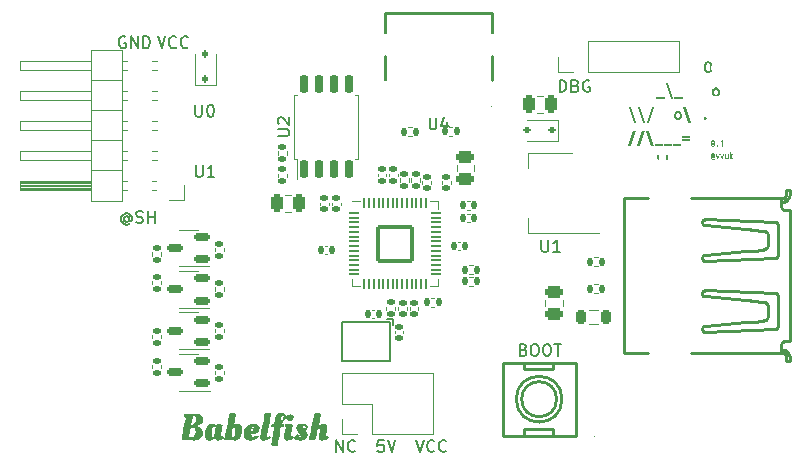
<source format=gto>
G04 #@! TF.GenerationSoftware,KiCad,Pcbnew,7.0.2-0*
G04 #@! TF.CreationDate,2023-04-30T22:25:47-07:00*
G04 #@! TF.ProjectId,babelfish,62616265-6c66-4697-9368-2e6b69636164,REV1*
G04 #@! TF.SameCoordinates,Original*
G04 #@! TF.FileFunction,Legend,Top*
G04 #@! TF.FilePolarity,Positive*
%FSLAX46Y46*%
G04 Gerber Fmt 4.6, Leading zero omitted, Abs format (unit mm)*
G04 Created by KiCad (PCBNEW 7.0.2-0) date 2023-04-30 22:25:47*
%MOMM*%
%LPD*%
G01*
G04 APERTURE LIST*
G04 Aperture macros list*
%AMRoundRect*
0 Rectangle with rounded corners*
0 $1 Rounding radius*
0 $2 $3 $4 $5 $6 $7 $8 $9 X,Y pos of 4 corners*
0 Add a 4 corners polygon primitive as box body*
4,1,4,$2,$3,$4,$5,$6,$7,$8,$9,$2,$3,0*
0 Add four circle primitives for the rounded corners*
1,1,$1+$1,$2,$3*
1,1,$1+$1,$4,$5*
1,1,$1+$1,$6,$7*
1,1,$1+$1,$8,$9*
0 Add four rect primitives between the rounded corners*
20,1,$1+$1,$2,$3,$4,$5,0*
20,1,$1+$1,$4,$5,$6,$7,0*
20,1,$1+$1,$6,$7,$8,$9,0*
20,1,$1+$1,$8,$9,$2,$3,0*%
G04 Aperture macros list end*
%ADD10C,0.150000*%
%ADD11C,0.059995*%
%ADD12C,0.254001*%
%ADD13C,0.120000*%
%ADD14C,0.254000*%
%ADD15C,0.151994*%
%ADD16C,0.152400*%
%ADD17R,0.600000X1.240005*%
%ADD18R,0.300000X1.240005*%
%ADD19C,0.649987*%
%ADD20O,1.000000X2.100000*%
%ADD21O,1.000000X1.800000*%
%ADD22RoundRect,0.135000X-0.185000X0.135000X-0.185000X-0.135000X0.185000X-0.135000X0.185000X0.135000X0*%
%ADD23R,1.700000X1.700000*%
%ADD24O,1.700000X1.700000*%
%ADD25RoundRect,0.150000X0.512500X0.150000X-0.512500X0.150000X-0.512500X-0.150000X0.512500X-0.150000X0*%
%ADD26RoundRect,0.218750X0.218750X0.381250X-0.218750X0.381250X-0.218750X-0.381250X0.218750X-0.381250X0*%
%ADD27RoundRect,0.135000X0.185000X-0.135000X0.185000X0.135000X-0.185000X0.135000X-0.185000X-0.135000X0*%
%ADD28R,2.000000X1.500000*%
%ADD29R,2.000000X3.800000*%
%ADD30RoundRect,0.250000X0.475000X-0.250000X0.475000X0.250000X-0.475000X0.250000X-0.475000X-0.250000X0*%
%ADD31RoundRect,0.112500X0.187500X0.112500X-0.187500X0.112500X-0.187500X-0.112500X0.187500X-0.112500X0*%
%ADD32C,2.700000*%
%ADD33RoundRect,0.140000X0.140000X0.170000X-0.140000X0.170000X-0.140000X-0.170000X0.140000X-0.170000X0*%
%ADD34RoundRect,0.140000X0.170000X-0.140000X0.170000X0.140000X-0.170000X0.140000X-0.170000X-0.140000X0*%
%ADD35RoundRect,0.135000X0.135000X0.185000X-0.135000X0.185000X-0.135000X-0.185000X0.135000X-0.185000X0*%
%ADD36R,1.800000X1.300000*%
%ADD37RoundRect,0.112500X0.112500X-0.187500X0.112500X0.187500X-0.112500X0.187500X-0.112500X-0.187500X0*%
%ADD38RoundRect,0.140000X-0.140000X-0.170000X0.140000X-0.170000X0.140000X0.170000X-0.140000X0.170000X0*%
%ADD39RoundRect,0.050000X-0.387500X-0.050000X0.387500X-0.050000X0.387500X0.050000X-0.387500X0.050000X0*%
%ADD40RoundRect,0.050000X-0.050000X-0.387500X0.050000X-0.387500X0.050000X0.387500X-0.050000X0.387500X0*%
%ADD41RoundRect,0.144000X-1.456000X-1.456000X1.456000X-1.456000X1.456000X1.456000X-1.456000X1.456000X0*%
%ADD42C,1.500000*%
%ADD43C,3.100000*%
%ADD44RoundRect,0.250000X0.250000X0.475000X-0.250000X0.475000X-0.250000X-0.475000X0.250000X-0.475000X0*%
%ADD45R,1.400000X1.200000*%
%ADD46RoundRect,0.150000X0.150000X-0.650000X0.150000X0.650000X-0.150000X0.650000X-0.150000X-0.650000X0*%
%ADD47RoundRect,0.135000X-0.135000X-0.185000X0.135000X-0.185000X0.135000X0.185000X-0.135000X0.185000X0*%
%ADD48RoundRect,0.140000X-0.170000X0.140000X-0.170000X-0.140000X0.170000X-0.140000X0.170000X0.140000X0*%
G04 APERTURE END LIST*
D10*
X101888095Y-106477619D02*
X101888095Y-105477619D01*
X101888095Y-105477619D02*
X102459523Y-106477619D01*
X102459523Y-106477619D02*
X102459523Y-105477619D01*
X103507142Y-106382380D02*
X103459523Y-106430000D01*
X103459523Y-106430000D02*
X103316666Y-106477619D01*
X103316666Y-106477619D02*
X103221428Y-106477619D01*
X103221428Y-106477619D02*
X103078571Y-106430000D01*
X103078571Y-106430000D02*
X102983333Y-106334761D01*
X102983333Y-106334761D02*
X102935714Y-106239523D01*
X102935714Y-106239523D02*
X102888095Y-106049047D01*
X102888095Y-106049047D02*
X102888095Y-105906190D01*
X102888095Y-105906190D02*
X102935714Y-105715714D01*
X102935714Y-105715714D02*
X102983333Y-105620476D01*
X102983333Y-105620476D02*
X103078571Y-105525238D01*
X103078571Y-105525238D02*
X103221428Y-105477619D01*
X103221428Y-105477619D02*
X103316666Y-105477619D01*
X103316666Y-105477619D02*
X103459523Y-105525238D01*
X103459523Y-105525238D02*
X103507142Y-105572857D01*
X105935714Y-105477619D02*
X105459524Y-105477619D01*
X105459524Y-105477619D02*
X105411905Y-105953809D01*
X105411905Y-105953809D02*
X105459524Y-105906190D01*
X105459524Y-105906190D02*
X105554762Y-105858571D01*
X105554762Y-105858571D02*
X105792857Y-105858571D01*
X105792857Y-105858571D02*
X105888095Y-105906190D01*
X105888095Y-105906190D02*
X105935714Y-105953809D01*
X105935714Y-105953809D02*
X105983333Y-106049047D01*
X105983333Y-106049047D02*
X105983333Y-106287142D01*
X105983333Y-106287142D02*
X105935714Y-106382380D01*
X105935714Y-106382380D02*
X105888095Y-106430000D01*
X105888095Y-106430000D02*
X105792857Y-106477619D01*
X105792857Y-106477619D02*
X105554762Y-106477619D01*
X105554762Y-106477619D02*
X105459524Y-106430000D01*
X105459524Y-106430000D02*
X105411905Y-106382380D01*
X106269048Y-105477619D02*
X106602381Y-106477619D01*
X106602381Y-106477619D02*
X106935714Y-105477619D01*
X108650001Y-105477619D02*
X108983334Y-106477619D01*
X108983334Y-106477619D02*
X109316667Y-105477619D01*
X110221429Y-106382380D02*
X110173810Y-106430000D01*
X110173810Y-106430000D02*
X110030953Y-106477619D01*
X110030953Y-106477619D02*
X109935715Y-106477619D01*
X109935715Y-106477619D02*
X109792858Y-106430000D01*
X109792858Y-106430000D02*
X109697620Y-106334761D01*
X109697620Y-106334761D02*
X109650001Y-106239523D01*
X109650001Y-106239523D02*
X109602382Y-106049047D01*
X109602382Y-106049047D02*
X109602382Y-105906190D01*
X109602382Y-105906190D02*
X109650001Y-105715714D01*
X109650001Y-105715714D02*
X109697620Y-105620476D01*
X109697620Y-105620476D02*
X109792858Y-105525238D01*
X109792858Y-105525238D02*
X109935715Y-105477619D01*
X109935715Y-105477619D02*
X110030953Y-105477619D01*
X110030953Y-105477619D02*
X110173810Y-105525238D01*
X110173810Y-105525238D02*
X110221429Y-105572857D01*
X111221429Y-106382380D02*
X111173810Y-106430000D01*
X111173810Y-106430000D02*
X111030953Y-106477619D01*
X111030953Y-106477619D02*
X110935715Y-106477619D01*
X110935715Y-106477619D02*
X110792858Y-106430000D01*
X110792858Y-106430000D02*
X110697620Y-106334761D01*
X110697620Y-106334761D02*
X110650001Y-106239523D01*
X110650001Y-106239523D02*
X110602382Y-106049047D01*
X110602382Y-106049047D02*
X110602382Y-105906190D01*
X110602382Y-105906190D02*
X110650001Y-105715714D01*
X110650001Y-105715714D02*
X110697620Y-105620476D01*
X110697620Y-105620476D02*
X110792858Y-105525238D01*
X110792858Y-105525238D02*
X110935715Y-105477619D01*
X110935715Y-105477619D02*
X111030953Y-105477619D01*
X111030953Y-105477619D02*
X111173810Y-105525238D01*
X111173810Y-105525238D02*
X111221429Y-105572857D01*
X84357142Y-86601428D02*
X84309523Y-86553809D01*
X84309523Y-86553809D02*
X84214285Y-86506190D01*
X84214285Y-86506190D02*
X84119047Y-86506190D01*
X84119047Y-86506190D02*
X84023809Y-86553809D01*
X84023809Y-86553809D02*
X83976190Y-86601428D01*
X83976190Y-86601428D02*
X83928571Y-86696666D01*
X83928571Y-86696666D02*
X83928571Y-86791904D01*
X83928571Y-86791904D02*
X83976190Y-86887142D01*
X83976190Y-86887142D02*
X84023809Y-86934761D01*
X84023809Y-86934761D02*
X84119047Y-86982380D01*
X84119047Y-86982380D02*
X84214285Y-86982380D01*
X84214285Y-86982380D02*
X84309523Y-86934761D01*
X84309523Y-86934761D02*
X84357142Y-86887142D01*
X84357142Y-86506190D02*
X84357142Y-86887142D01*
X84357142Y-86887142D02*
X84404761Y-86934761D01*
X84404761Y-86934761D02*
X84452380Y-86934761D01*
X84452380Y-86934761D02*
X84547619Y-86887142D01*
X84547619Y-86887142D02*
X84595238Y-86791904D01*
X84595238Y-86791904D02*
X84595238Y-86553809D01*
X84595238Y-86553809D02*
X84500000Y-86410952D01*
X84500000Y-86410952D02*
X84357142Y-86315714D01*
X84357142Y-86315714D02*
X84166666Y-86268095D01*
X84166666Y-86268095D02*
X83976190Y-86315714D01*
X83976190Y-86315714D02*
X83833333Y-86410952D01*
X83833333Y-86410952D02*
X83738095Y-86553809D01*
X83738095Y-86553809D02*
X83690476Y-86744285D01*
X83690476Y-86744285D02*
X83738095Y-86934761D01*
X83738095Y-86934761D02*
X83833333Y-87077619D01*
X83833333Y-87077619D02*
X83976190Y-87172857D01*
X83976190Y-87172857D02*
X84166666Y-87220476D01*
X84166666Y-87220476D02*
X84357142Y-87172857D01*
X84357142Y-87172857D02*
X84500000Y-87077619D01*
X84976190Y-87030000D02*
X85119047Y-87077619D01*
X85119047Y-87077619D02*
X85357142Y-87077619D01*
X85357142Y-87077619D02*
X85452380Y-87030000D01*
X85452380Y-87030000D02*
X85499999Y-86982380D01*
X85499999Y-86982380D02*
X85547618Y-86887142D01*
X85547618Y-86887142D02*
X85547618Y-86791904D01*
X85547618Y-86791904D02*
X85499999Y-86696666D01*
X85499999Y-86696666D02*
X85452380Y-86649047D01*
X85452380Y-86649047D02*
X85357142Y-86601428D01*
X85357142Y-86601428D02*
X85166666Y-86553809D01*
X85166666Y-86553809D02*
X85071428Y-86506190D01*
X85071428Y-86506190D02*
X85023809Y-86458571D01*
X85023809Y-86458571D02*
X84976190Y-86363333D01*
X84976190Y-86363333D02*
X84976190Y-86268095D01*
X84976190Y-86268095D02*
X85023809Y-86172857D01*
X85023809Y-86172857D02*
X85071428Y-86125238D01*
X85071428Y-86125238D02*
X85166666Y-86077619D01*
X85166666Y-86077619D02*
X85404761Y-86077619D01*
X85404761Y-86077619D02*
X85547618Y-86125238D01*
X85976190Y-87077619D02*
X85976190Y-86077619D01*
X85976190Y-86553809D02*
X86547618Y-86553809D01*
X86547618Y-87077619D02*
X86547618Y-86077619D01*
X86795238Y-71277619D02*
X87128571Y-72277619D01*
X87128571Y-72277619D02*
X87461904Y-71277619D01*
X88366666Y-72182380D02*
X88319047Y-72230000D01*
X88319047Y-72230000D02*
X88176190Y-72277619D01*
X88176190Y-72277619D02*
X88080952Y-72277619D01*
X88080952Y-72277619D02*
X87938095Y-72230000D01*
X87938095Y-72230000D02*
X87842857Y-72134761D01*
X87842857Y-72134761D02*
X87795238Y-72039523D01*
X87795238Y-72039523D02*
X87747619Y-71849047D01*
X87747619Y-71849047D02*
X87747619Y-71706190D01*
X87747619Y-71706190D02*
X87795238Y-71515714D01*
X87795238Y-71515714D02*
X87842857Y-71420476D01*
X87842857Y-71420476D02*
X87938095Y-71325238D01*
X87938095Y-71325238D02*
X88080952Y-71277619D01*
X88080952Y-71277619D02*
X88176190Y-71277619D01*
X88176190Y-71277619D02*
X88319047Y-71325238D01*
X88319047Y-71325238D02*
X88366666Y-71372857D01*
X89366666Y-72182380D02*
X89319047Y-72230000D01*
X89319047Y-72230000D02*
X89176190Y-72277619D01*
X89176190Y-72277619D02*
X89080952Y-72277619D01*
X89080952Y-72277619D02*
X88938095Y-72230000D01*
X88938095Y-72230000D02*
X88842857Y-72134761D01*
X88842857Y-72134761D02*
X88795238Y-72039523D01*
X88795238Y-72039523D02*
X88747619Y-71849047D01*
X88747619Y-71849047D02*
X88747619Y-71706190D01*
X88747619Y-71706190D02*
X88795238Y-71515714D01*
X88795238Y-71515714D02*
X88842857Y-71420476D01*
X88842857Y-71420476D02*
X88938095Y-71325238D01*
X88938095Y-71325238D02*
X89080952Y-71277619D01*
X89080952Y-71277619D02*
X89176190Y-71277619D01*
X89176190Y-71277619D02*
X89319047Y-71325238D01*
X89319047Y-71325238D02*
X89366666Y-71372857D01*
X120838095Y-75977619D02*
X120838095Y-74977619D01*
X120838095Y-74977619D02*
X121076190Y-74977619D01*
X121076190Y-74977619D02*
X121219047Y-75025238D01*
X121219047Y-75025238D02*
X121314285Y-75120476D01*
X121314285Y-75120476D02*
X121361904Y-75215714D01*
X121361904Y-75215714D02*
X121409523Y-75406190D01*
X121409523Y-75406190D02*
X121409523Y-75549047D01*
X121409523Y-75549047D02*
X121361904Y-75739523D01*
X121361904Y-75739523D02*
X121314285Y-75834761D01*
X121314285Y-75834761D02*
X121219047Y-75930000D01*
X121219047Y-75930000D02*
X121076190Y-75977619D01*
X121076190Y-75977619D02*
X120838095Y-75977619D01*
X122171428Y-75453809D02*
X122314285Y-75501428D01*
X122314285Y-75501428D02*
X122361904Y-75549047D01*
X122361904Y-75549047D02*
X122409523Y-75644285D01*
X122409523Y-75644285D02*
X122409523Y-75787142D01*
X122409523Y-75787142D02*
X122361904Y-75882380D01*
X122361904Y-75882380D02*
X122314285Y-75930000D01*
X122314285Y-75930000D02*
X122219047Y-75977619D01*
X122219047Y-75977619D02*
X121838095Y-75977619D01*
X121838095Y-75977619D02*
X121838095Y-74977619D01*
X121838095Y-74977619D02*
X122171428Y-74977619D01*
X122171428Y-74977619D02*
X122266666Y-75025238D01*
X122266666Y-75025238D02*
X122314285Y-75072857D01*
X122314285Y-75072857D02*
X122361904Y-75168095D01*
X122361904Y-75168095D02*
X122361904Y-75263333D01*
X122361904Y-75263333D02*
X122314285Y-75358571D01*
X122314285Y-75358571D02*
X122266666Y-75406190D01*
X122266666Y-75406190D02*
X122171428Y-75453809D01*
X122171428Y-75453809D02*
X121838095Y-75453809D01*
X123361904Y-75025238D02*
X123266666Y-74977619D01*
X123266666Y-74977619D02*
X123123809Y-74977619D01*
X123123809Y-74977619D02*
X122980952Y-75025238D01*
X122980952Y-75025238D02*
X122885714Y-75120476D01*
X122885714Y-75120476D02*
X122838095Y-75215714D01*
X122838095Y-75215714D02*
X122790476Y-75406190D01*
X122790476Y-75406190D02*
X122790476Y-75549047D01*
X122790476Y-75549047D02*
X122838095Y-75739523D01*
X122838095Y-75739523D02*
X122885714Y-75834761D01*
X122885714Y-75834761D02*
X122980952Y-75930000D01*
X122980952Y-75930000D02*
X123123809Y-75977619D01*
X123123809Y-75977619D02*
X123219047Y-75977619D01*
X123219047Y-75977619D02*
X123361904Y-75930000D01*
X123361904Y-75930000D02*
X123409523Y-75882380D01*
X123409523Y-75882380D02*
X123409523Y-75549047D01*
X123409523Y-75549047D02*
X123219047Y-75549047D01*
X90038095Y-82177619D02*
X90038095Y-82987142D01*
X90038095Y-82987142D02*
X90085714Y-83082380D01*
X90085714Y-83082380D02*
X90133333Y-83130000D01*
X90133333Y-83130000D02*
X90228571Y-83177619D01*
X90228571Y-83177619D02*
X90419047Y-83177619D01*
X90419047Y-83177619D02*
X90514285Y-83130000D01*
X90514285Y-83130000D02*
X90561904Y-83082380D01*
X90561904Y-83082380D02*
X90609523Y-82987142D01*
X90609523Y-82987142D02*
X90609523Y-82177619D01*
X91609523Y-83177619D02*
X91038095Y-83177619D01*
X91323809Y-83177619D02*
X91323809Y-82177619D01*
X91323809Y-82177619D02*
X91228571Y-82320476D01*
X91228571Y-82320476D02*
X91133333Y-82415714D01*
X91133333Y-82415714D02*
X91038095Y-82463333D01*
X84061904Y-71325238D02*
X83966666Y-71277619D01*
X83966666Y-71277619D02*
X83823809Y-71277619D01*
X83823809Y-71277619D02*
X83680952Y-71325238D01*
X83680952Y-71325238D02*
X83585714Y-71420476D01*
X83585714Y-71420476D02*
X83538095Y-71515714D01*
X83538095Y-71515714D02*
X83490476Y-71706190D01*
X83490476Y-71706190D02*
X83490476Y-71849047D01*
X83490476Y-71849047D02*
X83538095Y-72039523D01*
X83538095Y-72039523D02*
X83585714Y-72134761D01*
X83585714Y-72134761D02*
X83680952Y-72230000D01*
X83680952Y-72230000D02*
X83823809Y-72277619D01*
X83823809Y-72277619D02*
X83919047Y-72277619D01*
X83919047Y-72277619D02*
X84061904Y-72230000D01*
X84061904Y-72230000D02*
X84109523Y-72182380D01*
X84109523Y-72182380D02*
X84109523Y-71849047D01*
X84109523Y-71849047D02*
X83919047Y-71849047D01*
X84538095Y-72277619D02*
X84538095Y-71277619D01*
X84538095Y-71277619D02*
X85109523Y-72277619D01*
X85109523Y-72277619D02*
X85109523Y-71277619D01*
X85585714Y-72277619D02*
X85585714Y-71277619D01*
X85585714Y-71277619D02*
X85823809Y-71277619D01*
X85823809Y-71277619D02*
X85966666Y-71325238D01*
X85966666Y-71325238D02*
X86061904Y-71420476D01*
X86061904Y-71420476D02*
X86109523Y-71515714D01*
X86109523Y-71515714D02*
X86157142Y-71706190D01*
X86157142Y-71706190D02*
X86157142Y-71849047D01*
X86157142Y-71849047D02*
X86109523Y-72039523D01*
X86109523Y-72039523D02*
X86061904Y-72134761D01*
X86061904Y-72134761D02*
X85966666Y-72230000D01*
X85966666Y-72230000D02*
X85823809Y-72277619D01*
X85823809Y-72277619D02*
X85585714Y-72277619D01*
X89988095Y-77077619D02*
X89988095Y-77887142D01*
X89988095Y-77887142D02*
X90035714Y-77982380D01*
X90035714Y-77982380D02*
X90083333Y-78030000D01*
X90083333Y-78030000D02*
X90178571Y-78077619D01*
X90178571Y-78077619D02*
X90369047Y-78077619D01*
X90369047Y-78077619D02*
X90464285Y-78030000D01*
X90464285Y-78030000D02*
X90511904Y-77982380D01*
X90511904Y-77982380D02*
X90559523Y-77887142D01*
X90559523Y-77887142D02*
X90559523Y-77077619D01*
X91226190Y-77077619D02*
X91321428Y-77077619D01*
X91321428Y-77077619D02*
X91416666Y-77125238D01*
X91416666Y-77125238D02*
X91464285Y-77172857D01*
X91464285Y-77172857D02*
X91511904Y-77268095D01*
X91511904Y-77268095D02*
X91559523Y-77458571D01*
X91559523Y-77458571D02*
X91559523Y-77696666D01*
X91559523Y-77696666D02*
X91511904Y-77887142D01*
X91511904Y-77887142D02*
X91464285Y-77982380D01*
X91464285Y-77982380D02*
X91416666Y-78030000D01*
X91416666Y-78030000D02*
X91321428Y-78077619D01*
X91321428Y-78077619D02*
X91226190Y-78077619D01*
X91226190Y-78077619D02*
X91130952Y-78030000D01*
X91130952Y-78030000D02*
X91083333Y-77982380D01*
X91083333Y-77982380D02*
X91035714Y-77887142D01*
X91035714Y-77887142D02*
X90988095Y-77696666D01*
X90988095Y-77696666D02*
X90988095Y-77458571D01*
X90988095Y-77458571D02*
X91035714Y-77268095D01*
X91035714Y-77268095D02*
X91083333Y-77172857D01*
X91083333Y-77172857D02*
X91130952Y-77125238D01*
X91130952Y-77125238D02*
X91226190Y-77077619D01*
X117771428Y-97803809D02*
X117914285Y-97851428D01*
X117914285Y-97851428D02*
X117961904Y-97899047D01*
X117961904Y-97899047D02*
X118009523Y-97994285D01*
X118009523Y-97994285D02*
X118009523Y-98137142D01*
X118009523Y-98137142D02*
X117961904Y-98232380D01*
X117961904Y-98232380D02*
X117914285Y-98280000D01*
X117914285Y-98280000D02*
X117819047Y-98327619D01*
X117819047Y-98327619D02*
X117438095Y-98327619D01*
X117438095Y-98327619D02*
X117438095Y-97327619D01*
X117438095Y-97327619D02*
X117771428Y-97327619D01*
X117771428Y-97327619D02*
X117866666Y-97375238D01*
X117866666Y-97375238D02*
X117914285Y-97422857D01*
X117914285Y-97422857D02*
X117961904Y-97518095D01*
X117961904Y-97518095D02*
X117961904Y-97613333D01*
X117961904Y-97613333D02*
X117914285Y-97708571D01*
X117914285Y-97708571D02*
X117866666Y-97756190D01*
X117866666Y-97756190D02*
X117771428Y-97803809D01*
X117771428Y-97803809D02*
X117438095Y-97803809D01*
X118628571Y-97327619D02*
X118819047Y-97327619D01*
X118819047Y-97327619D02*
X118914285Y-97375238D01*
X118914285Y-97375238D02*
X119009523Y-97470476D01*
X119009523Y-97470476D02*
X119057142Y-97660952D01*
X119057142Y-97660952D02*
X119057142Y-97994285D01*
X119057142Y-97994285D02*
X119009523Y-98184761D01*
X119009523Y-98184761D02*
X118914285Y-98280000D01*
X118914285Y-98280000D02*
X118819047Y-98327619D01*
X118819047Y-98327619D02*
X118628571Y-98327619D01*
X118628571Y-98327619D02*
X118533333Y-98280000D01*
X118533333Y-98280000D02*
X118438095Y-98184761D01*
X118438095Y-98184761D02*
X118390476Y-97994285D01*
X118390476Y-97994285D02*
X118390476Y-97660952D01*
X118390476Y-97660952D02*
X118438095Y-97470476D01*
X118438095Y-97470476D02*
X118533333Y-97375238D01*
X118533333Y-97375238D02*
X118628571Y-97327619D01*
X119676190Y-97327619D02*
X119866666Y-97327619D01*
X119866666Y-97327619D02*
X119961904Y-97375238D01*
X119961904Y-97375238D02*
X120057142Y-97470476D01*
X120057142Y-97470476D02*
X120104761Y-97660952D01*
X120104761Y-97660952D02*
X120104761Y-97994285D01*
X120104761Y-97994285D02*
X120057142Y-98184761D01*
X120057142Y-98184761D02*
X119961904Y-98280000D01*
X119961904Y-98280000D02*
X119866666Y-98327619D01*
X119866666Y-98327619D02*
X119676190Y-98327619D01*
X119676190Y-98327619D02*
X119580952Y-98280000D01*
X119580952Y-98280000D02*
X119485714Y-98184761D01*
X119485714Y-98184761D02*
X119438095Y-97994285D01*
X119438095Y-97994285D02*
X119438095Y-97660952D01*
X119438095Y-97660952D02*
X119485714Y-97470476D01*
X119485714Y-97470476D02*
X119580952Y-97375238D01*
X119580952Y-97375238D02*
X119676190Y-97327619D01*
X120390476Y-97327619D02*
X120961904Y-97327619D01*
X120676190Y-98327619D02*
X120676190Y-97327619D01*
X109818067Y-78162720D02*
X109818067Y-78972243D01*
X109818067Y-78972243D02*
X109865686Y-79067481D01*
X109865686Y-79067481D02*
X109913305Y-79115101D01*
X109913305Y-79115101D02*
X110008543Y-79162720D01*
X110008543Y-79162720D02*
X110199019Y-79162720D01*
X110199019Y-79162720D02*
X110294257Y-79115101D01*
X110294257Y-79115101D02*
X110341876Y-79067481D01*
X110341876Y-79067481D02*
X110389495Y-78972243D01*
X110389495Y-78972243D02*
X110389495Y-78162720D01*
X111294257Y-78496053D02*
X111294257Y-79162720D01*
X111056162Y-78115101D02*
X110818067Y-78829386D01*
X110818067Y-78829386D02*
X111437114Y-78829386D01*
X119288095Y-88512619D02*
X119288095Y-89322142D01*
X119288095Y-89322142D02*
X119335714Y-89417380D01*
X119335714Y-89417380D02*
X119383333Y-89465000D01*
X119383333Y-89465000D02*
X119478571Y-89512619D01*
X119478571Y-89512619D02*
X119669047Y-89512619D01*
X119669047Y-89512619D02*
X119764285Y-89465000D01*
X119764285Y-89465000D02*
X119811904Y-89417380D01*
X119811904Y-89417380D02*
X119859523Y-89322142D01*
X119859523Y-89322142D02*
X119859523Y-88512619D01*
X120859523Y-89512619D02*
X120288095Y-89512619D01*
X120573809Y-89512619D02*
X120573809Y-88512619D01*
X120573809Y-88512619D02*
X120478571Y-88655476D01*
X120478571Y-88655476D02*
X120383333Y-88750714D01*
X120383333Y-88750714D02*
X120288095Y-88798333D01*
X96963119Y-79702704D02*
X97772642Y-79702704D01*
X97772642Y-79702704D02*
X97867880Y-79655085D01*
X97867880Y-79655085D02*
X97915500Y-79607466D01*
X97915500Y-79607466D02*
X97963119Y-79512228D01*
X97963119Y-79512228D02*
X97963119Y-79321752D01*
X97963119Y-79321752D02*
X97915500Y-79226514D01*
X97915500Y-79226514D02*
X97867880Y-79178895D01*
X97867880Y-79178895D02*
X97772642Y-79131276D01*
X97772642Y-79131276D02*
X96963119Y-79131276D01*
X97058357Y-78702704D02*
X97010738Y-78655085D01*
X97010738Y-78655085D02*
X96963119Y-78559847D01*
X96963119Y-78559847D02*
X96963119Y-78321752D01*
X96963119Y-78321752D02*
X97010738Y-78226514D01*
X97010738Y-78226514D02*
X97058357Y-78178895D01*
X97058357Y-78178895D02*
X97153595Y-78131276D01*
X97153595Y-78131276D02*
X97248833Y-78131276D01*
X97248833Y-78131276D02*
X97391690Y-78178895D01*
X97391690Y-78178895D02*
X97963119Y-78750323D01*
X97963119Y-78750323D02*
X97963119Y-78131276D01*
D11*
X115079984Y-77200076D02*
G75*
G03*
X115079984Y-77200076I-29997J0D01*
G01*
D12*
X106079959Y-72978562D02*
X106079959Y-74991465D01*
X106079959Y-69270002D02*
X106079959Y-70961443D01*
X115079985Y-72978562D02*
X115079985Y-74991465D01*
X115079985Y-69270002D02*
X115079985Y-70961443D01*
X106079959Y-69270002D02*
X115079985Y-69270002D01*
D13*
X87096800Y-91970359D02*
X87096800Y-92277641D01*
X86336800Y-91970359D02*
X86336800Y-92277641D01*
X89057500Y-85157000D02*
X87787500Y-85157000D01*
X89057500Y-83887000D02*
X89057500Y-85157000D01*
X86744571Y-81727000D02*
X86290429Y-81727000D01*
X86744571Y-80967000D02*
X86290429Y-80967000D01*
X86744571Y-79187000D02*
X86290429Y-79187000D01*
X86744571Y-78427000D02*
X86290429Y-78427000D01*
X86744571Y-76647000D02*
X86290429Y-76647000D01*
X86744571Y-75887000D02*
X86290429Y-75887000D01*
X86744571Y-74107000D02*
X86290429Y-74107000D01*
X86744571Y-73347000D02*
X86290429Y-73347000D01*
X86677500Y-84267000D02*
X86290429Y-84267000D01*
X86677500Y-83507000D02*
X86290429Y-83507000D01*
X84204571Y-84267000D02*
X83807500Y-84267000D01*
X84204571Y-83507000D02*
X83807500Y-83507000D01*
X84204571Y-81727000D02*
X83807500Y-81727000D01*
X84204571Y-80967000D02*
X83807500Y-80967000D01*
X84204571Y-79187000D02*
X83807500Y-79187000D01*
X84204571Y-78427000D02*
X83807500Y-78427000D01*
X84204571Y-76647000D02*
X83807500Y-76647000D01*
X84204571Y-75887000D02*
X83807500Y-75887000D01*
X84204571Y-74107000D02*
X83807500Y-74107000D01*
X84204571Y-73347000D02*
X83807500Y-73347000D01*
X83807500Y-85217000D02*
X83807500Y-72397000D01*
X83807500Y-82617000D02*
X81147500Y-82617000D01*
X83807500Y-80077000D02*
X81147500Y-80077000D01*
X83807500Y-77537000D02*
X81147500Y-77537000D01*
X83807500Y-74997000D02*
X81147500Y-74997000D01*
X83807500Y-72397000D02*
X81147500Y-72397000D01*
X81147500Y-85217000D02*
X83807500Y-85217000D01*
X81147500Y-84267000D02*
X75147500Y-84267000D01*
X81147500Y-84207000D02*
X75147500Y-84207000D01*
X81147500Y-84087000D02*
X75147500Y-84087000D01*
X81147500Y-83967000D02*
X75147500Y-83967000D01*
X81147500Y-83847000D02*
X75147500Y-83847000D01*
X81147500Y-83727000D02*
X75147500Y-83727000D01*
X81147500Y-83607000D02*
X75147500Y-83607000D01*
X81147500Y-81727000D02*
X75147500Y-81727000D01*
X81147500Y-79187000D02*
X75147500Y-79187000D01*
X81147500Y-76647000D02*
X75147500Y-76647000D01*
X81147500Y-74107000D02*
X75147500Y-74107000D01*
X81147500Y-72397000D02*
X81147500Y-85217000D01*
X75147500Y-84267000D02*
X75147500Y-83507000D01*
X75147500Y-83507000D02*
X81147500Y-83507000D01*
X75147500Y-81727000D02*
X75147500Y-80967000D01*
X75147500Y-80967000D02*
X81147500Y-80967000D01*
X75147500Y-79187000D02*
X75147500Y-78427000D01*
X75147500Y-78427000D02*
X81147500Y-78427000D01*
X75147500Y-76647000D02*
X75147500Y-75887000D01*
X75147500Y-75887000D02*
X81147500Y-75887000D01*
X75147500Y-74107000D02*
X75147500Y-73347000D01*
X75147500Y-73347000D02*
X81147500Y-73347000D01*
X89440100Y-101270400D02*
X91240100Y-101270400D01*
X89440100Y-101270400D02*
X88640100Y-101270400D01*
X89440100Y-98150400D02*
X90240100Y-98150400D01*
X89440100Y-98150400D02*
X88640100Y-98150400D01*
X124101922Y-95606800D02*
X123302678Y-95606800D01*
X124101922Y-94486800D02*
X123302678Y-94486800D01*
X91620000Y-96345641D02*
X91620000Y-96038359D01*
X92380000Y-96345641D02*
X92380000Y-96038359D01*
X124150000Y-87960000D02*
X118140000Y-87960000D01*
X121900000Y-81140000D02*
X118140000Y-81140000D01*
X118140000Y-87960000D02*
X118140000Y-86700000D01*
X118140000Y-81140000D02*
X118140000Y-82400000D01*
X112115000Y-82690252D02*
X112115000Y-82167748D01*
X113585000Y-82690252D02*
X113585000Y-82167748D01*
X102370000Y-104980000D02*
X102370000Y-103650000D01*
X103700000Y-104980000D02*
X102370000Y-104980000D01*
X104970000Y-104980000D02*
X110110000Y-104980000D01*
X104970000Y-104980000D02*
X104970000Y-102380000D01*
X110110000Y-104980000D02*
X110110000Y-99780000D01*
X102370000Y-102380000D02*
X102370000Y-99780000D01*
X104970000Y-102380000D02*
X102370000Y-102380000D01*
X102370000Y-99780000D02*
X110110000Y-99780000D01*
X120710000Y-80100000D02*
X120710000Y-78400000D01*
X120710000Y-80100000D02*
X118050000Y-80100000D01*
X120710000Y-78400000D02*
X118050000Y-78400000D01*
X101177836Y-89710000D02*
X100962164Y-89710000D01*
X101177836Y-88990000D02*
X100962164Y-88990000D01*
X110890000Y-83768836D02*
X110890000Y-83553164D01*
X111610000Y-83768836D02*
X111610000Y-83553164D01*
X124082841Y-93039200D02*
X123775559Y-93039200D01*
X124082841Y-92279200D02*
X123775559Y-92279200D01*
X110229141Y-94173000D02*
X109921859Y-94173000D01*
X110229141Y-93413000D02*
X109921859Y-93413000D01*
X120670000Y-74330000D02*
X120670000Y-73000000D01*
X122000000Y-74330000D02*
X120670000Y-74330000D01*
X123270000Y-74330000D02*
X130950000Y-74330000D01*
X123270000Y-74330000D02*
X123270000Y-71670000D01*
X130950000Y-74330000D02*
X130950000Y-71670000D01*
X123270000Y-71670000D02*
X130950000Y-71670000D01*
X113470637Y-91413600D02*
X113163355Y-91413600D01*
X113470637Y-90653600D02*
X113163355Y-90653600D01*
D14*
X122199975Y-105099898D02*
X122199975Y-98899949D01*
X122199975Y-105099898D02*
X116000051Y-105099898D01*
X122199975Y-98899949D02*
X116000051Y-98899949D01*
X120309068Y-105098705D02*
X120309068Y-104539929D01*
X120309068Y-104539929D02*
X117829998Y-104539929D01*
X120288850Y-99459919D02*
X117829998Y-99459919D01*
X120288850Y-98899949D02*
X120288850Y-99459919D01*
X117829998Y-105098705D02*
X117829998Y-105047930D01*
X117829998Y-104539929D02*
X117829998Y-105098705D01*
X117829998Y-99459919D02*
X117829998Y-98899949D01*
X116000051Y-105099898D02*
X116000051Y-98899949D01*
D11*
X123830048Y-105149860D02*
G75*
G03*
X123830048Y-105149860I-29972J0D01*
G01*
D14*
X120581128Y-102000000D02*
G75*
G03*
X120581128Y-102000000I-1481077J0D01*
G01*
X121038583Y-102000000D02*
G75*
G03*
X121038583Y-102000000I-1938532J0D01*
G01*
D13*
X90000000Y-75410000D02*
X91700000Y-75410000D01*
X90000000Y-75410000D02*
X90000000Y-72750000D01*
X91700000Y-75410000D02*
X91700000Y-72750000D01*
X97732100Y-80990159D02*
X97732100Y-81297441D01*
X96972100Y-80990159D02*
X96972100Y-81297441D01*
X113012164Y-85240000D02*
X113227836Y-85240000D01*
X113012164Y-85960000D02*
X113227836Y-85960000D01*
X106390100Y-83133836D02*
X106390100Y-82918164D01*
X107110100Y-83133836D02*
X107110100Y-82918164D01*
G36*
X98259925Y-103345087D02*
G01*
X98339300Y-103532412D01*
X98242463Y-103741962D01*
X98133719Y-103808638D01*
X98001163Y-103830862D01*
X97775737Y-103754662D01*
X97694775Y-103559400D01*
X97794787Y-103359375D01*
X97905516Y-103298653D01*
X98037675Y-103278413D01*
X98259925Y-103345087D01*
G37*
G36*
X98237700Y-104276950D02*
G01*
X98217856Y-104456338D01*
X98158325Y-104711925D01*
X98098794Y-104954416D01*
X98078950Y-105094513D01*
X98113875Y-105183413D01*
X98240875Y-105151663D01*
X98269450Y-105138963D01*
X98326600Y-105297713D01*
X98205553Y-105375500D01*
X98058312Y-105443763D01*
X97905516Y-105491387D01*
X97767800Y-105507263D01*
X97563012Y-105434238D01*
X97488400Y-105223100D01*
X97507847Y-105048475D01*
X97566187Y-104800825D01*
X97624528Y-104568653D01*
X97643975Y-104440463D01*
X97561425Y-104218213D01*
X97536025Y-104183287D01*
X97545550Y-104129312D01*
X97690189Y-104101090D01*
X97903972Y-104084157D01*
X98186900Y-104078512D01*
X98237700Y-104276950D01*
G37*
G36*
X96393025Y-103303812D02*
G01*
X96383004Y-103443612D01*
X96352941Y-103647109D01*
X96302835Y-103914305D01*
X96232687Y-104245200D01*
X96162540Y-104569546D01*
X96112434Y-104817097D01*
X96082371Y-104987852D01*
X96072350Y-105081812D01*
X96110450Y-105192937D01*
X96246975Y-105151663D01*
X96281900Y-105135788D01*
X96358100Y-105291362D01*
X96240625Y-105373912D01*
X96091400Y-105443763D01*
X95933841Y-105491387D01*
X95791362Y-105507263D01*
X95570700Y-105429475D01*
X95484975Y-105205638D01*
X95494996Y-105099970D01*
X95525059Y-104929016D01*
X95575165Y-104692776D01*
X95645312Y-104391250D01*
X95715460Y-104078612D01*
X95765566Y-103809034D01*
X95795629Y-103582518D01*
X95805650Y-103399062D01*
X95786600Y-103221262D01*
X95983450Y-103175401D01*
X96176067Y-103147885D01*
X96364450Y-103138712D01*
X96393025Y-103303812D01*
G37*
G36*
X95136916Y-104089228D02*
G01*
X95308762Y-104169000D01*
X95419491Y-104293222D01*
X95456400Y-104453163D01*
X95377025Y-104684937D01*
X95183350Y-104840513D01*
X94957925Y-104927031D01*
X94764250Y-104970688D01*
X94684875Y-104980212D01*
X94754725Y-105137375D01*
X94894425Y-105189762D01*
X95062700Y-105156425D01*
X95208750Y-105088163D01*
X95262725Y-105056412D01*
X95364325Y-105192937D01*
X95329400Y-105227862D01*
X95238912Y-105302475D01*
X95089687Y-105399313D01*
X94891250Y-105473925D01*
X94672175Y-105504192D01*
X94649950Y-105507263D01*
X94410634Y-105467972D01*
X94232437Y-105350100D01*
X94121709Y-105157616D01*
X94084800Y-104894487D01*
X94098369Y-104770662D01*
X94672175Y-104770662D01*
X94856325Y-104619850D01*
X94948400Y-104388075D01*
X94894425Y-104294412D01*
X94748375Y-104418238D01*
X94695987Y-104568256D01*
X94672175Y-104770662D01*
X94098369Y-104770662D01*
X94111435Y-104651424D01*
X94191339Y-104447165D01*
X94324512Y-104281712D01*
X94496844Y-104160004D01*
X94694224Y-104086979D01*
X94916650Y-104062638D01*
X95136916Y-104089228D01*
G37*
G36*
X99268781Y-104081291D02*
G01*
X99402925Y-104137250D01*
X99488650Y-104230119D01*
X99517225Y-104359500D01*
X99473569Y-104517853D01*
X99342600Y-104697637D01*
X99464044Y-104877025D01*
X99504525Y-105040537D01*
X99458884Y-105221909D01*
X99321962Y-105372325D01*
X99209250Y-105429924D01*
X99123922Y-105473528D01*
X98894925Y-105507263D01*
X98672278Y-105486625D01*
X98493288Y-105424713D01*
X98336125Y-105267550D01*
X98432962Y-105077050D01*
X98631400Y-104942112D01*
X98770306Y-105069906D01*
X98894925Y-105294538D01*
X98987000Y-105234213D01*
X98961600Y-105151663D01*
X98923500Y-105091337D01*
X98879050Y-105029425D01*
X98831425Y-104970688D01*
X98688550Y-104796062D01*
X98574250Y-104617072D01*
X98536150Y-104461100D01*
X98555344Y-104351562D01*
X99072725Y-104351562D01*
X99209250Y-104548412D01*
X99291800Y-104457925D01*
X99329900Y-104351562D01*
X99288625Y-104278538D01*
X99190200Y-104253137D01*
X99102888Y-104280125D01*
X99072725Y-104351562D01*
X98555344Y-104351562D01*
X98559169Y-104329734D01*
X98628225Y-104224563D01*
X98750639Y-104134604D01*
X98906214Y-104080629D01*
X99094950Y-104062638D01*
X99268781Y-104081291D01*
G37*
G36*
X91613063Y-104085656D02*
G01*
X91782925Y-104154713D01*
X91824200Y-104072162D01*
X92064706Y-104099944D01*
X92329025Y-104183287D01*
X92267113Y-104409109D01*
X92214725Y-104673825D01*
X92179006Y-104915125D01*
X92167100Y-105070700D01*
X92202025Y-105183413D01*
X92360775Y-105138963D01*
X92417925Y-105297713D01*
X92302434Y-105373516D01*
X92159163Y-105442175D01*
X92011128Y-105490991D01*
X91881350Y-105507263D01*
X91713075Y-105462812D01*
X91621000Y-105329463D01*
X91478125Y-105410145D01*
X91384859Y-105462812D01*
X91178088Y-105507263D01*
X91007828Y-105472338D01*
X90881225Y-105367563D01*
X90802644Y-105197700D01*
X90776450Y-104967512D01*
X90779986Y-104927825D01*
X91373350Y-104927825D01*
X91395575Y-105129437D01*
X91478125Y-105170713D01*
X91595600Y-105123088D01*
X91614650Y-104873674D01*
X91654867Y-104616499D01*
X91716250Y-104351562D01*
X91606712Y-104322988D01*
X91495588Y-104392837D01*
X91420975Y-104567463D01*
X91385256Y-104757566D01*
X91373350Y-104927825D01*
X90779986Y-104927825D01*
X90796911Y-104737854D01*
X90858294Y-104527246D01*
X90960600Y-104335688D01*
X91096419Y-104183993D01*
X91258344Y-104092976D01*
X91446375Y-104062638D01*
X91613063Y-104085656D01*
G37*
G36*
X97448316Y-103162922D02*
G01*
X97559838Y-103226025D01*
X97634847Y-103324450D01*
X97659850Y-103451450D01*
X97627306Y-103603453D01*
X97529675Y-103776887D01*
X97386006Y-103949925D01*
X97224875Y-104092320D01*
X97215350Y-104100738D01*
X97536025Y-104100738D01*
X97485225Y-104345212D01*
X97205825Y-104322988D01*
X97187271Y-104588298D01*
X97160184Y-104847656D01*
X97124565Y-105101061D01*
X97080412Y-105348513D01*
X97016031Y-105633910D01*
X96952001Y-105838168D01*
X96888325Y-105961288D01*
X96731956Y-105950572D01*
X96580350Y-105924775D01*
X96377150Y-105859688D01*
X96449822Y-105600925D01*
X96506972Y-105366504D01*
X96548600Y-105156425D01*
X96574000Y-104993805D01*
X96599400Y-104802809D01*
X96624800Y-104583437D01*
X96650200Y-104335688D01*
X96440650Y-104357912D01*
X96427950Y-104235675D01*
X96443825Y-104100738D01*
X96672425Y-104100738D01*
X96704932Y-103846737D01*
X97224875Y-103846737D01*
X97325284Y-103753472D01*
X97404263Y-103651475D01*
X97472525Y-103462562D01*
X97393150Y-103380012D01*
X97315186Y-103431871D01*
X97259094Y-103587446D01*
X97224875Y-103846737D01*
X96704932Y-103846737D01*
X96708408Y-103819574D01*
X96752858Y-103606849D01*
X96805775Y-103462562D01*
X96928012Y-103283175D01*
X97072475Y-103183162D01*
X97313775Y-103141888D01*
X97448316Y-103162922D01*
G37*
G36*
X93408525Y-103272062D02*
G01*
X93398802Y-103415334D01*
X93369631Y-103613375D01*
X93321014Y-103866184D01*
X93252950Y-104173763D01*
X93429956Y-104090419D01*
X93592675Y-104062638D01*
X93738725Y-104095181D01*
X93865725Y-104192813D01*
X93953831Y-104376566D01*
X93983200Y-104667475D01*
X93962210Y-104886374D01*
X93899239Y-105083753D01*
X93794288Y-105259613D01*
X93658644Y-105397196D01*
X93503599Y-105479746D01*
X93329150Y-105507263D01*
X93164844Y-105485037D01*
X93141825Y-105475605D01*
X93002125Y-105418363D01*
X92801394Y-105460696D01*
X92622536Y-105486096D01*
X92465550Y-105494563D01*
X92449675Y-105386613D01*
X92461284Y-105237586D01*
X92466452Y-105205638D01*
X93037050Y-105205638D01*
X93141825Y-105234213D01*
X93239853Y-105176269D01*
X93318038Y-105002438D01*
X93369234Y-104779791D01*
X93386300Y-104575400D01*
X93367250Y-104428953D01*
X93310100Y-104380138D01*
X93195800Y-104415063D01*
X93134681Y-104684739D01*
X93087850Y-104906394D01*
X93055306Y-105080027D01*
X93037050Y-105205638D01*
X92466452Y-105205638D01*
X92496109Y-105022281D01*
X92554152Y-104740698D01*
X92635412Y-104392837D01*
X92716673Y-104042397D01*
X92774716Y-103753075D01*
X92809541Y-103524872D01*
X92821150Y-103357787D01*
X92814800Y-103224437D01*
X93015531Y-103176813D01*
X93207089Y-103148237D01*
X93389475Y-103138712D01*
X93408525Y-103272062D01*
G37*
G36*
X100603075Y-103306987D02*
G01*
X100592955Y-103447481D01*
X100562594Y-103646713D01*
X100511992Y-103904681D01*
X100441150Y-104221387D01*
X100685228Y-104104706D01*
X100871363Y-104065812D01*
X101008284Y-104086847D01*
X101104725Y-104149950D01*
X101180925Y-104359500D01*
X101163463Y-104520631D01*
X101111075Y-104753200D01*
X101058688Y-104975053D01*
X101041225Y-105104037D01*
X101066625Y-105186588D01*
X101231725Y-105142137D01*
X101288875Y-105300888D01*
X101171797Y-105372325D01*
X101017413Y-105440588D01*
X100854297Y-105490594D01*
X100711025Y-105507263D01*
X100568150Y-105474807D01*
X100482425Y-105377440D01*
X100453850Y-105215162D01*
X100470519Y-105050063D01*
X100520525Y-104821462D01*
X100570531Y-104609134D01*
X100587200Y-104492850D01*
X100539575Y-104424587D01*
X100377650Y-104488088D01*
X100315142Y-104768281D01*
X100270494Y-105002437D01*
X100243705Y-105190556D01*
X100234775Y-105332638D01*
X100237950Y-105408838D01*
X100029458Y-105456463D01*
X99835783Y-105485038D01*
X99656925Y-105494563D01*
X99637875Y-105392963D01*
X99649682Y-105258223D01*
X99685103Y-105050856D01*
X99744138Y-104770861D01*
X99826787Y-104418238D01*
X99894796Y-104127408D01*
X99947692Y-103877217D01*
X99985474Y-103667668D01*
X100008143Y-103498757D01*
X100015700Y-103370487D01*
X100003000Y-103224437D01*
X100204083Y-103176813D01*
X100396700Y-103148237D01*
X100580850Y-103138712D01*
X100603075Y-103306987D01*
G37*
G36*
X90159992Y-103234852D02*
G01*
X90376908Y-103294668D01*
X90531848Y-103394363D01*
X90624812Y-103533936D01*
X90655800Y-103713387D01*
X90616509Y-103923731D01*
X90498637Y-104091212D01*
X90322822Y-104213450D01*
X90109700Y-104288062D01*
X90311312Y-104340053D01*
X90478000Y-104445225D01*
X90589919Y-104604372D01*
X90627225Y-104818287D01*
X90602531Y-105005789D01*
X90528447Y-105170360D01*
X90404975Y-105312000D01*
X90243756Y-105420479D01*
X90056431Y-105485567D01*
X89843000Y-105507263D01*
X89693775Y-105494205D01*
X89639800Y-105489482D01*
X89589000Y-105485037D01*
X89335000Y-105418363D01*
X89136562Y-105470750D01*
X88909550Y-105488212D01*
X88811125Y-105481863D01*
X88822039Y-105351688D01*
X88848025Y-105192937D01*
X89449300Y-105192937D01*
X89639800Y-105234213D01*
X89693774Y-105221450D01*
X89800931Y-105196113D01*
X89916025Y-105081812D01*
X89985081Y-104919491D01*
X90008100Y-104737325D01*
X89991034Y-104574606D01*
X89939837Y-104470625D01*
X89735050Y-104396013D01*
X89693775Y-104399108D01*
X89608050Y-104405537D01*
X89551694Y-104658347D01*
X89506450Y-104873850D01*
X89472319Y-105052047D01*
X89449300Y-105192937D01*
X88848025Y-105192937D01*
X88854781Y-105151662D01*
X88909352Y-104881788D01*
X88985750Y-104542063D01*
X89062148Y-104208092D01*
X89071622Y-104164237D01*
X89665200Y-104164237D01*
X89693775Y-104164237D01*
X89818394Y-104138044D01*
X89912850Y-104059462D01*
X90020006Y-103868566D01*
X90055725Y-103657825D01*
X90017625Y-103492328D01*
X89903325Y-103437162D01*
X89798550Y-103449862D01*
X89782322Y-103584271D01*
X89737872Y-103822396D01*
X89665200Y-104164237D01*
X89071622Y-104164237D01*
X89116719Y-103955481D01*
X89149461Y-103784230D01*
X89160375Y-103694337D01*
X89123862Y-103519712D01*
X89049250Y-103405413D01*
X89014325Y-103370487D01*
X89027025Y-103291113D01*
X89158391Y-103271666D01*
X89393737Y-103245075D01*
X89659247Y-103222453D01*
X89881100Y-103214913D01*
X90159992Y-103234852D01*
G37*
X113012164Y-86290000D02*
X113227836Y-86290000D01*
X113012164Y-87010000D02*
X113227836Y-87010000D01*
X89389300Y-97765200D02*
X91189300Y-97765200D01*
X89389300Y-97765200D02*
X88589300Y-97765200D01*
X89389300Y-94645200D02*
X90189300Y-94645200D01*
X89389300Y-94645200D02*
X88589300Y-94645200D01*
X86336800Y-89843241D02*
X86336800Y-89535959D01*
X87096800Y-89843241D02*
X87096800Y-89535959D01*
X112222164Y-88690000D02*
X112437836Y-88690000D01*
X112222164Y-89410000D02*
X112437836Y-89410000D01*
X109020000Y-83273559D02*
X109020000Y-83580841D01*
X108260000Y-83273559D02*
X108260000Y-83580841D01*
X89389300Y-90754800D02*
X91189300Y-90754800D01*
X89389300Y-90754800D02*
X88589300Y-90754800D01*
X89389300Y-87634800D02*
X90189300Y-87634800D01*
X89389300Y-87634800D02*
X88589300Y-87634800D01*
G36*
X134284830Y-80652628D02*
G01*
X134157830Y-80652628D01*
X134157830Y-80517690D01*
X134284830Y-80517690D01*
X134284830Y-80652628D01*
G37*
G36*
X134211727Y-81582254D02*
G01*
X134213291Y-81582254D01*
X134289147Y-81238165D01*
X134375169Y-81238165D01*
X134265687Y-81644815D01*
X134156204Y-81644815D01*
X134046721Y-81238165D01*
X134135871Y-81238165D01*
X134211727Y-81582254D01*
G37*
G36*
X134602737Y-81582254D02*
G01*
X134604301Y-81582254D01*
X134680157Y-81238165D01*
X134766179Y-81238165D01*
X134656696Y-81644815D01*
X134547214Y-81644815D01*
X134437731Y-81238165D01*
X134526881Y-81238165D01*
X134602737Y-81582254D01*
G37*
G36*
X134703137Y-80652628D02*
G01*
X134614237Y-80652628D01*
X134614237Y-80156534D01*
X134612649Y-80155740D01*
X134476124Y-80231940D01*
X134476124Y-80154153D01*
X134615030Y-80073190D01*
X134703137Y-80073190D01*
X134703137Y-80652628D01*
G37*
G36*
X135325323Y-81402389D02*
G01*
X135456703Y-81238165D01*
X135556019Y-81238165D01*
X135393359Y-81433670D01*
X135556019Y-81644815D01*
X135455139Y-81644815D01*
X135325323Y-81467297D01*
X135325323Y-81644815D01*
X135239301Y-81644815D01*
X135239301Y-81058300D01*
X135325323Y-81058300D01*
X135325323Y-81402389D01*
G37*
G36*
X134931967Y-81515782D02*
G01*
X134946435Y-81573260D01*
X134999221Y-81588510D01*
X135052398Y-81572869D01*
X135051616Y-81238165D01*
X135137639Y-81238165D01*
X135137639Y-81619790D01*
X135096713Y-81638038D01*
X135051095Y-81648986D01*
X135000785Y-81652635D01*
X134926493Y-81645402D01*
X134880354Y-81623701D01*
X134856307Y-81582254D01*
X134848291Y-81515782D01*
X134848291Y-81238165D01*
X134931967Y-81238165D01*
X134931967Y-81515782D01*
G37*
G36*
X133872279Y-80071702D02*
G01*
X133910974Y-80091049D01*
X133940641Y-80126967D01*
X133962965Y-80183124D01*
X133973328Y-80232557D01*
X133979545Y-80292486D01*
X133981618Y-80362909D01*
X133979545Y-80433332D01*
X133973328Y-80493260D01*
X133962965Y-80542693D01*
X133940641Y-80598851D01*
X133910974Y-80634768D01*
X133872279Y-80654116D01*
X133822868Y-80660565D01*
X133773457Y-80654116D01*
X133748255Y-80641515D01*
X133734762Y-80634768D01*
X133705095Y-80598851D01*
X133682771Y-80542693D01*
X133678361Y-80521659D01*
X133758574Y-80521659D01*
X133783180Y-80577618D01*
X133822868Y-80593890D01*
X133864540Y-80575634D01*
X133878530Y-80549043D01*
X133889543Y-80505784D01*
X133894835Y-80466978D01*
X133898010Y-80419353D01*
X133899068Y-80362909D01*
X133898473Y-80319848D01*
X133896687Y-80282740D01*
X133758574Y-80521659D01*
X133678361Y-80521659D01*
X133672408Y-80493260D01*
X133666190Y-80433332D01*
X133664118Y-80362909D01*
X133746668Y-80362909D01*
X133748255Y-80428790D01*
X133883987Y-80193046D01*
X133860174Y-80145818D01*
X133822868Y-80131928D01*
X133781196Y-80150184D01*
X133767206Y-80176774D01*
X133756193Y-80220034D01*
X133750901Y-80258839D01*
X133747726Y-80306464D01*
X133746668Y-80362909D01*
X133664118Y-80362909D01*
X133666190Y-80292486D01*
X133672408Y-80232557D01*
X133682771Y-80183124D01*
X133705095Y-80126967D01*
X133734762Y-80091049D01*
X133773457Y-80071702D01*
X133822868Y-80065253D01*
X133872279Y-80071702D01*
G37*
G36*
X133891475Y-81154489D02*
G01*
X133933735Y-81173257D01*
X133963921Y-81204538D01*
X133982032Y-81248331D01*
X133988070Y-81304637D01*
X133988070Y-81559575D01*
X133951836Y-81587815D01*
X133910910Y-81604758D01*
X133873895Y-81609341D01*
X133865292Y-81610406D01*
X133816416Y-81600924D01*
X133782398Y-81572478D01*
X133767627Y-81541154D01*
X133758764Y-81497752D01*
X133755810Y-81442272D01*
X133832448Y-81442272D01*
X133834794Y-81494961D01*
X133841832Y-81526339D01*
X133873895Y-81547063D01*
X133906740Y-81528294D01*
X133906740Y-81361724D01*
X133872331Y-81337481D01*
X133841050Y-81358205D01*
X133834598Y-81389583D01*
X133832448Y-81442272D01*
X133755810Y-81442272D01*
X133758634Y-81388356D01*
X133767106Y-81345475D01*
X133781225Y-81313630D01*
X133812995Y-81284011D01*
X133857472Y-81274138D01*
X133911432Y-81293688D01*
X133912996Y-81293688D01*
X133912996Y-81285086D01*
X133894618Y-81232691D01*
X133843396Y-81213922D01*
X133788361Y-81226630D01*
X133749945Y-81264754D01*
X133733218Y-81306983D01*
X133723182Y-81365895D01*
X133719837Y-81441490D01*
X133723399Y-81517085D01*
X133734087Y-81575997D01*
X133751900Y-81618226D01*
X133792369Y-81656350D01*
X133849652Y-81669058D01*
X133898724Y-81662411D01*
X133948969Y-81642469D01*
X133948969Y-81713633D01*
X133896182Y-81729469D01*
X133839486Y-81734747D01*
X133780530Y-81727058D01*
X133731915Y-81703988D01*
X133693639Y-81665539D01*
X133671914Y-81625582D01*
X133656395Y-81574922D01*
X133647085Y-81513558D01*
X133643981Y-81441490D01*
X133647011Y-81370057D01*
X133656102Y-81309035D01*
X133671254Y-81258424D01*
X133692466Y-81218223D01*
X133730090Y-81179340D01*
X133778315Y-81156009D01*
X133837140Y-81148233D01*
X133891475Y-81154489D01*
G37*
X103290000Y-92447500D02*
X103290000Y-91797500D01*
X103940000Y-85227500D02*
X103290000Y-85227500D01*
X103940000Y-92447500D02*
X103290000Y-92447500D01*
X109860000Y-85227500D02*
X110510000Y-85227500D01*
X109860000Y-92447500D02*
X110510000Y-92447500D01*
X110510000Y-85227500D02*
X110510000Y-85877500D01*
X110510000Y-92447500D02*
X110510000Y-91797500D01*
X91620000Y-89483641D02*
X91620000Y-89176359D01*
X92380000Y-89483641D02*
X92380000Y-89176359D01*
D14*
X139996200Y-98762600D02*
X139996200Y-98407600D01*
X140299200Y-98762600D02*
X139996200Y-98762600D01*
X140299200Y-98407600D02*
X140299200Y-98762600D01*
X139987200Y-98340600D02*
X139996200Y-98402600D01*
X139968200Y-98286600D02*
X139987200Y-98340600D01*
X140285200Y-98282600D02*
X140299200Y-98397600D01*
X139939200Y-98233600D02*
X139968200Y-98286600D01*
X139903200Y-98191600D02*
X139939200Y-98233600D01*
X140246200Y-98165600D02*
X140285200Y-98282600D01*
X139856200Y-98154600D02*
X139903200Y-98191600D01*
X139803200Y-98127600D02*
X139856200Y-98154600D01*
X139748200Y-98114600D02*
X139803200Y-98127600D01*
X126299200Y-98111600D02*
X126299200Y-84971600D01*
X128299200Y-98111600D02*
X126300200Y-98111600D01*
X139595200Y-98111600D02*
X139595200Y-97407600D01*
X139694200Y-98111600D02*
X139748200Y-98114600D01*
X139694200Y-98111600D02*
X131994200Y-98111600D01*
X140185200Y-98061600D02*
X140246200Y-98165600D01*
X140113200Y-97977600D02*
X140185200Y-98061600D01*
X140019200Y-97903600D02*
X140113200Y-97977600D01*
X139919200Y-97851600D02*
X140019200Y-97903600D01*
X139810200Y-97819600D02*
X139919200Y-97851600D01*
X139595200Y-97808600D02*
X139694200Y-97808600D01*
X139694200Y-97808600D02*
X139810200Y-97819600D01*
X139595200Y-97407600D02*
X139605200Y-97340600D01*
X139605200Y-97340600D02*
X139622200Y-97285600D01*
X139622200Y-97285600D02*
X139647200Y-97237600D01*
X139647200Y-97237600D02*
X139680200Y-97195600D01*
X139680200Y-97195600D02*
X139720200Y-97161600D01*
X139720200Y-97161600D02*
X139772200Y-97133600D01*
X139772200Y-97133600D02*
X139831200Y-97113600D01*
X139831200Y-97113600D02*
X139892200Y-97104600D01*
X140299200Y-97104600D02*
X139898200Y-97104600D01*
X140299200Y-97104600D02*
X140299200Y-91541600D01*
X133141200Y-96301600D02*
X139102200Y-96058600D01*
X133078200Y-96295600D02*
X133131200Y-96301600D01*
X133031200Y-96281600D02*
X133078200Y-96295600D01*
X132955200Y-96231600D02*
X133031200Y-96281600D01*
X132902200Y-96155600D02*
X132955200Y-96231600D01*
X132881200Y-96065600D02*
X132902200Y-96155600D01*
X139102200Y-96058600D02*
X139146200Y-96050600D01*
X139146200Y-96050600D02*
X139184200Y-96035600D01*
X139184200Y-96035600D02*
X139218200Y-96014600D01*
X139218200Y-96014600D02*
X139245200Y-95990600D01*
X139245200Y-95990600D02*
X139267200Y-95962600D01*
X132893200Y-95973600D02*
X132881200Y-96065600D01*
X139267200Y-95962600D02*
X139283200Y-95929600D01*
X139283200Y-95929600D02*
X139291200Y-95893600D01*
X139291200Y-95893600D02*
X139293200Y-95857600D01*
X132939200Y-95890600D02*
X132893200Y-95973600D01*
X139293200Y-95854600D02*
X139293200Y-93235600D01*
X133012200Y-95832600D02*
X132939200Y-95890600D01*
X133108200Y-95801600D02*
X133012200Y-95832600D01*
X136575200Y-95485600D02*
X133108200Y-95801600D01*
X136575200Y-95485600D02*
X136911200Y-95452600D01*
X136911200Y-95452600D02*
X137049200Y-95439600D01*
X137141200Y-95433600D02*
X137049200Y-95439600D01*
X137187200Y-95433600D02*
X137141200Y-95433600D01*
X138089200Y-95347600D02*
X137187200Y-95433600D01*
X138089200Y-95347600D02*
X138169200Y-95332600D01*
X138169200Y-95332600D02*
X138248200Y-95300600D01*
X138248200Y-95300600D02*
X138317200Y-95254600D01*
X138317200Y-95254600D02*
X138377200Y-95195600D01*
X138377200Y-95195600D02*
X138429200Y-95121600D01*
X138429200Y-95121600D02*
X138468200Y-95037600D01*
X138468200Y-95037600D02*
X138493200Y-94948600D01*
X138493200Y-94948600D02*
X138503200Y-94854600D01*
X138503200Y-94242600D02*
X138503200Y-94847600D01*
X138503200Y-94242600D02*
X138493200Y-94148600D01*
X138493200Y-94148600D02*
X138469200Y-94059600D01*
X138469200Y-94059600D02*
X138431200Y-93975600D01*
X138431200Y-93975600D02*
X138384200Y-93906600D01*
X138384200Y-93906600D02*
X138321200Y-93842600D01*
X138321200Y-93842600D02*
X138253200Y-93794600D01*
X138253200Y-93794600D02*
X138182200Y-93762600D01*
X138182200Y-93762600D02*
X138096200Y-93742600D01*
X137187200Y-93663600D02*
X138089200Y-93742600D01*
X137187200Y-93663600D02*
X137141200Y-93656600D01*
X137141200Y-93656600D02*
X137049200Y-93649600D01*
X136911200Y-93637600D02*
X137049200Y-93649600D01*
X136575200Y-93604600D02*
X136911200Y-93637600D01*
X136575200Y-93604600D02*
X133108200Y-93288600D01*
X132999200Y-93250600D02*
X133098200Y-93286600D01*
X139293200Y-93235600D02*
X139286200Y-93176600D01*
X132930200Y-93189600D02*
X132999200Y-93250600D01*
X139286200Y-93176600D02*
X139260200Y-93117600D01*
X139260200Y-93117600D02*
X139213200Y-93077600D01*
X132889200Y-93106600D02*
X132930200Y-93189600D01*
X139213200Y-93077600D02*
X139161200Y-93044600D01*
X139161200Y-93044600D02*
X139102200Y-93038600D01*
X139102200Y-93038600D02*
X133141200Y-92794600D01*
X132882200Y-93016600D02*
X132889200Y-93106600D01*
X132907200Y-92928600D02*
X132882200Y-93016600D01*
X132964200Y-92855600D02*
X132907200Y-92928600D01*
X133045200Y-92810600D02*
X132964200Y-92855600D01*
X133141200Y-92794600D02*
X133045200Y-92810600D01*
X133035200Y-90267600D02*
X133131200Y-90287600D01*
X132957200Y-90218600D02*
X133035200Y-90267600D01*
X132902200Y-90142600D02*
X132957200Y-90218600D01*
X132881200Y-90053600D02*
X132902200Y-90142600D01*
X139102200Y-90044600D02*
X133141200Y-90287600D01*
X139102200Y-90044600D02*
X139143200Y-90037600D01*
X139143200Y-90037600D02*
X139181200Y-90023600D01*
X139181200Y-90023600D02*
X139216200Y-90003600D01*
X139216200Y-90003600D02*
X139245200Y-89977600D01*
X139245200Y-89977600D02*
X139267200Y-89948600D01*
X132892200Y-89962600D02*
X132881200Y-90053600D01*
X139267200Y-89948600D02*
X139283200Y-89916600D01*
X139283200Y-89916600D02*
X139291200Y-89880600D01*
X132936200Y-89880600D02*
X132892200Y-89962600D01*
X139291200Y-89880600D02*
X139293200Y-89844600D01*
X133007200Y-89821600D02*
X132936200Y-89880600D01*
X133108200Y-89787600D02*
X133007200Y-89821600D01*
X136575200Y-89472600D02*
X133108200Y-89787600D01*
X136575200Y-89472600D02*
X136911200Y-89439600D01*
X136911200Y-89439600D02*
X137049200Y-89426600D01*
X137141200Y-89419600D02*
X137049200Y-89426600D01*
X137187200Y-89419600D02*
X137141200Y-89419600D01*
X137187200Y-89419600D02*
X138089200Y-89333600D01*
X138176200Y-89317600D02*
X138096200Y-89333600D01*
X138254200Y-89283600D02*
X138176200Y-89317600D01*
X138323200Y-89236600D02*
X138254200Y-89283600D01*
X138382200Y-89176600D02*
X138323200Y-89236600D01*
X138433200Y-89101600D02*
X138382200Y-89176600D01*
X138471200Y-89017600D02*
X138433200Y-89101600D01*
X138496200Y-88920600D02*
X138471200Y-89017600D01*
X138503200Y-88834600D02*
X138496200Y-88920600D01*
X138503200Y-88833600D02*
X138503200Y-88228600D01*
X138492200Y-88128600D02*
X138503200Y-88221600D01*
X138467200Y-88038600D02*
X138492200Y-88128600D01*
X138428200Y-87955600D02*
X138467200Y-88038600D01*
X138375200Y-87882600D02*
X138428200Y-87955600D01*
X138316200Y-87823600D02*
X138375200Y-87882600D01*
X138247200Y-87777600D02*
X138316200Y-87823600D01*
X138168200Y-87744600D02*
X138247200Y-87777600D01*
X138089200Y-87728600D02*
X138168200Y-87744600D01*
X137187200Y-87649600D02*
X138089200Y-87728600D01*
X137187200Y-87649600D02*
X137141200Y-87643600D01*
X137141200Y-87643600D02*
X137049200Y-87636600D01*
X136911200Y-87623600D02*
X137049200Y-87636600D01*
X136575200Y-87590600D02*
X136911200Y-87623600D01*
X136575200Y-87590600D02*
X133108200Y-87274600D01*
X133006200Y-87239600D02*
X133098200Y-87272600D01*
X139293200Y-87222600D02*
X139293200Y-89840600D01*
X139293200Y-87222600D02*
X139286200Y-87162600D01*
X132935200Y-87180600D02*
X133006200Y-87239600D01*
X139286200Y-87162600D02*
X139260200Y-87103600D01*
X132893200Y-87104600D02*
X132935200Y-87180600D01*
X139260200Y-87103600D02*
X139213200Y-87064600D01*
X139213200Y-87064600D02*
X139161200Y-87031600D01*
X132882200Y-87056600D02*
X132893200Y-87104600D01*
X139161200Y-87031600D02*
X139102200Y-87017600D01*
X132881200Y-87007600D02*
X132882200Y-87056600D01*
X132889200Y-86958600D02*
X132881200Y-87007600D01*
X132907200Y-86912600D02*
X132889200Y-86958600D01*
X132964200Y-86840600D02*
X132907200Y-86912600D01*
X133044200Y-86795600D02*
X132964200Y-86840600D01*
X133141200Y-86780600D02*
X139102200Y-87017600D01*
X133141200Y-86780600D02*
X133044200Y-86795600D01*
X140299200Y-85978600D02*
X140299200Y-91541600D01*
X140299200Y-85978600D02*
X139898200Y-85978600D01*
X139826200Y-85967600D02*
X139892200Y-85978600D01*
X139772200Y-85949600D02*
X139826200Y-85967600D01*
X139720200Y-85921600D02*
X139772200Y-85949600D01*
X139680200Y-85887600D02*
X139720200Y-85921600D01*
X139645200Y-85841600D02*
X139680200Y-85887600D01*
X139622200Y-85797600D02*
X139645200Y-85841600D01*
X139605200Y-85742600D02*
X139622200Y-85797600D01*
X139595200Y-85675600D02*
X139605200Y-85742600D01*
X139595200Y-85274600D02*
X139694200Y-85274600D01*
X139694200Y-85274600D02*
X139810200Y-85263600D01*
X139810200Y-85263600D02*
X139919200Y-85230600D01*
X139919200Y-85230600D02*
X140019200Y-85179600D01*
X140019200Y-85179600D02*
X140113200Y-85105600D01*
X140113200Y-85105600D02*
X140185200Y-85021600D01*
X140185200Y-85021600D02*
X140246200Y-84917600D01*
X128298200Y-84971600D02*
X126299200Y-84971600D01*
X139595200Y-84971600D02*
X139595200Y-85675600D01*
X139694200Y-84971600D02*
X131994200Y-84971600D01*
X139694200Y-84971600D02*
X139753200Y-84968600D01*
X139753200Y-84968600D02*
X139803200Y-84954600D01*
X139803200Y-84954600D02*
X139856200Y-84928600D01*
X139856200Y-84928600D02*
X139903200Y-84891600D01*
X140246200Y-84917600D02*
X140285200Y-84800600D01*
X139903200Y-84891600D02*
X139939200Y-84848600D01*
X139939200Y-84848600D02*
X139968200Y-84796600D01*
X140285200Y-84800600D02*
X140299200Y-84685600D01*
X139968200Y-84796600D02*
X139987200Y-84742600D01*
X139987200Y-84742600D02*
X139996200Y-84680600D01*
X140299200Y-84675600D02*
X140299200Y-84320600D01*
X139996200Y-84320600D02*
X139996200Y-84675600D01*
X140299200Y-84320600D02*
X139996200Y-84320600D01*
D13*
X106170000Y-94463641D02*
X106170000Y-94156359D01*
X106930000Y-94463641D02*
X106930000Y-94156359D01*
X108298741Y-79745800D02*
X107991459Y-79745800D01*
X108298741Y-78985800D02*
X107991459Y-78985800D01*
X101564100Y-85567036D02*
X101564100Y-85351364D01*
X102284100Y-85567036D02*
X102284100Y-85351364D01*
X108069900Y-83273559D02*
X108069900Y-83580841D01*
X107309900Y-83273559D02*
X107309900Y-83580841D01*
X119615000Y-94100452D02*
X119615000Y-93577948D01*
X121085000Y-94100452D02*
X121085000Y-93577948D01*
X124082841Y-90753200D02*
X123775559Y-90753200D01*
X124082841Y-89993200D02*
X123775559Y-89993200D01*
X106890000Y-96437836D02*
X106890000Y-96222164D01*
X107610000Y-96437836D02*
X107610000Y-96222164D01*
X87096800Y-99086359D02*
X87096800Y-99393641D01*
X86336800Y-99086359D02*
X86336800Y-99393641D01*
X89389300Y-94260000D02*
X91189300Y-94260000D01*
X89389300Y-94260000D02*
X88589300Y-94260000D01*
X89389300Y-91140000D02*
X90189300Y-91140000D01*
X89389300Y-91140000D02*
X88589300Y-91140000D01*
X86336800Y-96853641D02*
X86336800Y-96546359D01*
X87096800Y-96853641D02*
X87096800Y-96546359D01*
X91620000Y-92840441D02*
X91620000Y-92533159D01*
X92380000Y-92840441D02*
X92380000Y-92533159D01*
X119446752Y-77764000D02*
X118924248Y-77764000D01*
X119446752Y-76294000D02*
X118924248Y-76294000D01*
D15*
X106764081Y-95744156D02*
X106764081Y-95236155D01*
X106764081Y-95236155D02*
X106256080Y-95236155D01*
D16*
X106507540Y-98792289D02*
X102446072Y-98792162D01*
X106507540Y-95462343D02*
X106507540Y-98792289D01*
X102446072Y-98792162D02*
X102446072Y-97141159D01*
X102446072Y-97141159D02*
X102446072Y-95490156D01*
X102446072Y-95490156D02*
X106507540Y-95462343D01*
X102446072Y-95490156D02*
X102446072Y-95490156D01*
D11*
X106107997Y-95891096D02*
G75*
G03*
X106107997Y-95891096I-29972J0D01*
G01*
D13*
X104942164Y-94440000D02*
X105157836Y-94440000D01*
X104942164Y-95160000D02*
X105157836Y-95160000D01*
X105450300Y-83133836D02*
X105450300Y-82918164D01*
X106170300Y-83133836D02*
X106170300Y-82918164D01*
X100548100Y-85567036D02*
X100548100Y-85351364D01*
X101268100Y-85567036D02*
X101268100Y-85351364D01*
X109220000Y-83768836D02*
X109220000Y-83553164D01*
X109940000Y-83768836D02*
X109940000Y-83553164D01*
X98085752Y-86146000D02*
X97563248Y-86146000D01*
X98085752Y-84676000D02*
X97563248Y-84676000D01*
X91620000Y-99899641D02*
X91620000Y-99592359D01*
X92380000Y-99899641D02*
X92380000Y-99592359D01*
X113470637Y-92378800D02*
X113163355Y-92378800D01*
X113470637Y-91618800D02*
X113163355Y-91618800D01*
X98335500Y-81665800D02*
X98595500Y-81665800D01*
X98595500Y-81665800D02*
X98595500Y-83340800D01*
X103785500Y-81665800D02*
X103525500Y-81665800D01*
X98335500Y-78940800D02*
X98335500Y-81665800D01*
X98335500Y-78940800D02*
X98335500Y-76215800D01*
X103785500Y-78940800D02*
X103785500Y-81665800D01*
X103785500Y-78940800D02*
X103785500Y-76215800D01*
X98335500Y-76215800D02*
X98595500Y-76215800D01*
X103785500Y-76215800D02*
X103525500Y-76215800D01*
G36*
X127313242Y-78591304D02*
G01*
X127117502Y-78591304D01*
X126687490Y-77259653D01*
X126881689Y-77259653D01*
X127313242Y-78591304D01*
G37*
G36*
X126855694Y-80572029D02*
G01*
X126661244Y-80572029D01*
X127086603Y-79259493D01*
X127278014Y-79259493D01*
X126855694Y-80572029D01*
G37*
G36*
X128083873Y-78591304D02*
G01*
X127888133Y-78591304D01*
X127458121Y-77259653D01*
X127652320Y-77259653D01*
X128083873Y-78591304D01*
G37*
G36*
X127615263Y-80572029D02*
G01*
X127420814Y-80572029D01*
X127846172Y-79259493D01*
X128037584Y-79259493D01*
X127615263Y-80572029D01*
G37*
G36*
X128800192Y-80572029D02*
G01*
X128607261Y-80572029D01*
X128183421Y-79259493D01*
X128374833Y-79259493D01*
X128800192Y-80572029D01*
G37*
G36*
X128422951Y-78591304D02*
G01*
X128225669Y-78591304D01*
X128657223Y-77259653D01*
X128851422Y-77259653D01*
X128422951Y-78591304D01*
G37*
G36*
X129615969Y-80572029D02*
G01*
X128880706Y-80572029D01*
X128880706Y-80409481D01*
X129615969Y-80409481D01*
X129615969Y-80572029D01*
G37*
G36*
X129750312Y-76610687D02*
G01*
X128993317Y-76610687D01*
X128993317Y-76443335D01*
X129750312Y-76443335D01*
X129750312Y-76610687D01*
G37*
G36*
X130375538Y-80572029D02*
G01*
X129640275Y-80572029D01*
X129640275Y-80409481D01*
X130375538Y-80409481D01*
X130375538Y-80572029D01*
G37*
G36*
X130474462Y-76610687D02*
G01*
X130275829Y-76610687D01*
X129839462Y-75259357D01*
X130036531Y-75259357D01*
X130474462Y-76610687D01*
G37*
G36*
X131135108Y-80572029D02*
G01*
X130399845Y-80572029D01*
X130399845Y-80409481D01*
X131135108Y-80409481D01*
X131135108Y-80572029D01*
G37*
G36*
X131314351Y-76610687D02*
G01*
X130557356Y-76610687D01*
X130557356Y-76443335D01*
X131314351Y-76443335D01*
X131314351Y-76610687D01*
G37*
G36*
X131846065Y-79851957D02*
G01*
X131208026Y-79851957D01*
X131208026Y-79697005D01*
X131846065Y-79697005D01*
X131846065Y-79851957D01*
G37*
G36*
X131846065Y-80148189D02*
G01*
X131208026Y-80148189D01*
X131208026Y-79993237D01*
X131846065Y-79993237D01*
X131846065Y-80148189D01*
G37*
G36*
X131937029Y-78591304D02*
G01*
X131741288Y-78591304D01*
X131311276Y-77259653D01*
X131505475Y-77259653D01*
X131937029Y-78591304D01*
G37*
G36*
X129289562Y-81387691D02*
G01*
X129285818Y-81469313D01*
X129275334Y-81559920D01*
X129261107Y-81652025D01*
X129246130Y-81736642D01*
X129138300Y-81736642D01*
X129123324Y-81652025D01*
X129109096Y-81559920D01*
X129097864Y-81469313D01*
X129093371Y-81387691D01*
X129093371Y-81288847D01*
X129289562Y-81288847D01*
X129289562Y-81387691D01*
G37*
G36*
X130038383Y-81387691D02*
G01*
X130034639Y-81469313D01*
X130024155Y-81559920D01*
X130009928Y-81652025D01*
X129994951Y-81736642D01*
X129887121Y-81736642D01*
X129872145Y-81652025D01*
X129857917Y-81559920D01*
X129846685Y-81469313D01*
X129842192Y-81387691D01*
X129842192Y-81288847D01*
X130038383Y-81288847D01*
X130038383Y-81387691D01*
G37*
G36*
X133259432Y-78115054D02*
G01*
X133301046Y-78215236D01*
X133259432Y-78318500D01*
X133163873Y-78353950D01*
X133111470Y-78344702D01*
X133067544Y-78317730D01*
X133036719Y-78274575D01*
X133025160Y-78215236D01*
X133036719Y-78157439D01*
X133067544Y-78115054D01*
X133111470Y-78088852D01*
X133163873Y-78079605D01*
X133259432Y-78115054D01*
G37*
G36*
X130924227Y-77600850D02*
G01*
X130989923Y-77621079D01*
X131048106Y-77653831D01*
X131097811Y-77698142D01*
X131138077Y-77753243D01*
X131167939Y-77818361D01*
X131186434Y-77892149D01*
X131192599Y-77973258D01*
X131186434Y-78055523D01*
X131167939Y-78129696D01*
X131138270Y-78195007D01*
X131098582Y-78250685D01*
X131049454Y-78295767D01*
X130991464Y-78329289D01*
X130925383Y-78350096D01*
X130851980Y-78357032D01*
X130848898Y-78356741D01*
X130778578Y-78350096D01*
X130712496Y-78329289D01*
X130654313Y-78295767D01*
X130604608Y-78250685D01*
X130564342Y-78195007D01*
X130534480Y-78129696D01*
X130515985Y-78055523D01*
X130509935Y-77974799D01*
X130702478Y-77974799D01*
X130711147Y-78062651D01*
X130737156Y-78132008D01*
X130782431Y-78177090D01*
X130848898Y-78192117D01*
X130913823Y-78177090D01*
X130960639Y-78132008D01*
X130988960Y-78062651D01*
X130998400Y-77974799D01*
X130989730Y-77887140D01*
X130963722Y-77818361D01*
X130918447Y-77773857D01*
X130851980Y-77759022D01*
X130787054Y-77773857D01*
X130740239Y-77818361D01*
X130711918Y-77887140D01*
X130702478Y-77974799D01*
X130509935Y-77974799D01*
X130509820Y-77973258D01*
X130516178Y-77892149D01*
X130535251Y-77818361D01*
X130565691Y-77753243D01*
X130606149Y-77698142D01*
X130656047Y-77653831D01*
X130714808Y-77621079D01*
X130780697Y-77600850D01*
X130851980Y-77594107D01*
X130924227Y-77600850D01*
G37*
G36*
X133511267Y-73377734D02*
G01*
X133599109Y-73420861D01*
X133668606Y-73492739D01*
X133708194Y-73565219D01*
X133736471Y-73653275D01*
X133753438Y-73756909D01*
X133759093Y-73876121D01*
X133753339Y-73995332D01*
X133736075Y-74098966D01*
X133707301Y-74187023D01*
X133667018Y-74259502D01*
X133597168Y-74331380D01*
X133510385Y-74374507D01*
X133406668Y-74388883D01*
X133405081Y-74388668D01*
X133300394Y-74374507D01*
X133212288Y-74331380D01*
X133142350Y-74259502D01*
X133102414Y-74187023D01*
X133073889Y-74098966D01*
X133056773Y-73995332D01*
X133051068Y-73876121D01*
X133249506Y-73876121D01*
X133250895Y-73945375D01*
X133255062Y-74010264D01*
X133277287Y-74119008D01*
X133324118Y-74192033D01*
X133405081Y-74219021D01*
X133485250Y-74192033D01*
X133532875Y-74118214D01*
X133555100Y-74009471D01*
X133559267Y-73945177D01*
X133560656Y-73876121D01*
X133559267Y-73806866D01*
X133555100Y-73741977D01*
X133532875Y-73633233D01*
X133486043Y-73560208D01*
X133405081Y-73533221D01*
X133324118Y-73560208D01*
X133277287Y-73634027D01*
X133255062Y-73742771D01*
X133250895Y-73807064D01*
X133249506Y-73876121D01*
X133051068Y-73876121D01*
X133056922Y-73756909D01*
X133074484Y-73653275D01*
X133103754Y-73565219D01*
X133144731Y-73492739D01*
X133215286Y-73420861D01*
X133302070Y-73377734D01*
X133405081Y-73363358D01*
X133511267Y-73377734D01*
G37*
G36*
X134138811Y-75605596D02*
G01*
X134205478Y-75626124D01*
X134264521Y-75659360D01*
X134314961Y-75704326D01*
X134355821Y-75760241D01*
X134386125Y-75826321D01*
X134404893Y-75901200D01*
X134411149Y-75983507D01*
X134404893Y-76066988D01*
X134386125Y-76142257D01*
X134356017Y-76208534D01*
X134315743Y-76265034D01*
X134265889Y-76310783D01*
X134207042Y-76344800D01*
X134139984Y-76365915D01*
X134065497Y-76372953D01*
X134062368Y-76372658D01*
X133991009Y-76365915D01*
X133923951Y-76344800D01*
X133864908Y-76310783D01*
X133814468Y-76265034D01*
X133773608Y-76208534D01*
X133743304Y-76142257D01*
X133724536Y-76066988D01*
X133718397Y-75985071D01*
X133913785Y-75985071D01*
X133922582Y-76074222D01*
X133948976Y-76144603D01*
X133994919Y-76190352D01*
X134062368Y-76205601D01*
X134128254Y-76190352D01*
X134175761Y-76144603D01*
X134204501Y-76074222D01*
X134214080Y-75985071D01*
X134205283Y-75896117D01*
X134178889Y-75826321D01*
X134132946Y-75781160D01*
X134065497Y-75766106D01*
X133999611Y-75781160D01*
X133952104Y-75826321D01*
X133923364Y-75896117D01*
X133913785Y-75985071D01*
X133718397Y-75985071D01*
X133718280Y-75983507D01*
X133724731Y-75901200D01*
X133744086Y-75826321D01*
X133774976Y-75760241D01*
X133816032Y-75704326D01*
X133866668Y-75659360D01*
X133926297Y-75626124D01*
X133993160Y-75605596D01*
X134065497Y-75598754D01*
X134138811Y-75605596D01*
G37*
G36*
X135862332Y-73610016D02*
G01*
X135930000Y-73630852D01*
X135989928Y-73664586D01*
X136041125Y-73710227D01*
X136082598Y-73766980D01*
X136113356Y-73834052D01*
X136132406Y-73910053D01*
X136138756Y-73993596D01*
X136132406Y-74078328D01*
X136113356Y-74154727D01*
X136082796Y-74221997D01*
X136041918Y-74279346D01*
X135991317Y-74325780D01*
X135931587Y-74360308D01*
X135863523Y-74381739D01*
X135787918Y-74388883D01*
X135784743Y-74388583D01*
X135712314Y-74381739D01*
X135644250Y-74360308D01*
X135584321Y-74325780D01*
X135533125Y-74279346D01*
X135491651Y-74221997D01*
X135460893Y-74154727D01*
X135441843Y-74078328D01*
X135435612Y-73995183D01*
X135633931Y-73995183D01*
X135642861Y-74085671D01*
X135669650Y-74157108D01*
X135716282Y-74203543D01*
X135784743Y-74219021D01*
X135851617Y-74203543D01*
X135899837Y-74157108D01*
X135929007Y-74085671D01*
X135938731Y-73995183D01*
X135929801Y-73904894D01*
X135903012Y-73834052D01*
X135856379Y-73788213D01*
X135787918Y-73772933D01*
X135721045Y-73788213D01*
X135672825Y-73834052D01*
X135643654Y-73904894D01*
X135633931Y-73995183D01*
X135435612Y-73995183D01*
X135435493Y-73993596D01*
X135442042Y-73910053D01*
X135461687Y-73834052D01*
X135493040Y-73766980D01*
X135534712Y-73710227D01*
X135586107Y-73664586D01*
X135646631Y-73630852D01*
X135714496Y-73610016D01*
X135787918Y-73603071D01*
X135862332Y-73610016D01*
G37*
X111449859Y-78935000D02*
X111757141Y-78935000D01*
X111449859Y-79695000D02*
X111757141Y-79695000D01*
X97732100Y-82897759D02*
X97732100Y-83205041D01*
X96972100Y-82897759D02*
X96972100Y-83205041D01*
X107897500Y-94204964D02*
X107897500Y-94420636D01*
X107177500Y-94204964D02*
X107177500Y-94420636D01*
X108868800Y-94204964D02*
X108868800Y-94420636D01*
X108148800Y-94204964D02*
X108148800Y-94420636D01*
%LPC*%
D17*
X107380061Y-76700101D03*
X108179909Y-76700101D03*
D18*
X108829896Y-76700101D03*
X109330023Y-76700101D03*
X109829896Y-76700101D03*
X110330023Y-76700101D03*
X110829896Y-76700101D03*
X111330023Y-76700101D03*
X111829896Y-76700101D03*
X112330023Y-76700101D03*
D17*
X112980010Y-76700101D03*
X113779858Y-76700101D03*
D19*
X107689942Y-75580213D03*
X113479883Y-75580213D03*
D20*
X114900000Y-76080086D03*
D21*
X114900000Y-71900000D03*
X106259919Y-71900000D03*
D20*
X106259919Y-76080086D03*
D22*
X86716800Y-91614000D03*
X86716800Y-92634000D03*
D23*
X87787500Y-83887000D03*
D24*
X85247500Y-83887000D03*
X87787500Y-81347000D03*
X85247500Y-81347000D03*
X87787500Y-78807000D03*
X85247500Y-78807000D03*
X87787500Y-76267000D03*
X85247500Y-76267000D03*
X87787500Y-73727000D03*
X85247500Y-73727000D03*
D25*
X90577600Y-100660400D03*
X90577600Y-98760400D03*
X88302600Y-99710400D03*
D26*
X124764800Y-95046800D03*
X122639800Y-95046800D03*
D27*
X92000000Y-96702000D03*
X92000000Y-95682000D03*
D28*
X123200000Y-86850000D03*
X123200000Y-84550000D03*
D29*
X116900000Y-84550000D03*
D28*
X123200000Y-82250000D03*
D30*
X112850000Y-83379000D03*
X112850000Y-81479000D03*
D23*
X103700000Y-103650000D03*
D24*
X103700000Y-101110000D03*
X106240000Y-103650000D03*
X106240000Y-101110000D03*
X108780000Y-103650000D03*
X108780000Y-101110000D03*
D31*
X120150000Y-79250000D03*
X118050000Y-79250000D03*
D32*
X95000000Y-74000000D03*
D33*
X101550000Y-89350000D03*
X100590000Y-89350000D03*
D34*
X111250000Y-84141000D03*
X111250000Y-83181000D03*
D35*
X124439200Y-92659200D03*
X123419200Y-92659200D03*
X110585500Y-93793000D03*
X109565500Y-93793000D03*
D23*
X122000000Y-73000000D03*
D24*
X124540000Y-73000000D03*
X127080000Y-73000000D03*
X129620000Y-73000000D03*
D35*
X113826996Y-91033600D03*
X112806996Y-91033600D03*
D36*
X123500102Y-104000000D03*
X114700000Y-104000000D03*
X123500102Y-100000000D03*
X114700000Y-100000000D03*
D37*
X90850000Y-74850000D03*
X90850000Y-72750000D03*
D32*
X86000000Y-104150000D03*
D22*
X97352100Y-80633800D03*
X97352100Y-81653800D03*
D38*
X112640000Y-85600000D03*
X113600000Y-85600000D03*
D34*
X106750100Y-83506000D03*
X106750100Y-82546000D03*
D38*
X112640000Y-86650000D03*
X113600000Y-86650000D03*
D25*
X90526800Y-97155200D03*
X90526800Y-95255200D03*
X88251800Y-96205200D03*
D27*
X86716800Y-90199600D03*
X86716800Y-89179600D03*
D38*
X111850000Y-89050000D03*
X112810000Y-89050000D03*
D22*
X108640000Y-82917200D03*
X108640000Y-83937200D03*
D25*
X90526800Y-90144800D03*
X90526800Y-88244800D03*
X88251800Y-89194800D03*
D39*
X103462500Y-86237500D03*
X103462500Y-86637500D03*
X103462500Y-87037500D03*
X103462500Y-87437500D03*
X103462500Y-87837500D03*
X103462500Y-88237500D03*
X103462500Y-88637500D03*
X103462500Y-89037500D03*
X103462500Y-89437500D03*
X103462500Y-89837500D03*
X103462500Y-90237500D03*
X103462500Y-90637500D03*
X103462500Y-91037500D03*
X103462500Y-91437500D03*
D40*
X104300000Y-92275000D03*
X104700000Y-92275000D03*
X105100000Y-92275000D03*
X105500000Y-92275000D03*
X105900000Y-92275000D03*
X106300000Y-92275000D03*
X106700000Y-92275000D03*
X107100000Y-92275000D03*
X107500000Y-92275000D03*
X107900000Y-92275000D03*
X108300000Y-92275000D03*
X108700000Y-92275000D03*
X109100000Y-92275000D03*
X109500000Y-92275000D03*
D39*
X110337500Y-91437500D03*
X110337500Y-91037500D03*
X110337500Y-90637500D03*
X110337500Y-90237500D03*
X110337500Y-89837500D03*
X110337500Y-89437500D03*
X110337500Y-89037500D03*
X110337500Y-88637500D03*
X110337500Y-88237500D03*
X110337500Y-87837500D03*
X110337500Y-87437500D03*
X110337500Y-87037500D03*
X110337500Y-86637500D03*
X110337500Y-86237500D03*
D40*
X109500000Y-85400000D03*
X109100000Y-85400000D03*
X108700000Y-85400000D03*
X108300000Y-85400000D03*
X107900000Y-85400000D03*
X107500000Y-85400000D03*
X107100000Y-85400000D03*
X106700000Y-85400000D03*
X106300000Y-85400000D03*
X105900000Y-85400000D03*
X105500000Y-85400000D03*
X105100000Y-85400000D03*
X104700000Y-85400000D03*
X104300000Y-85400000D03*
D41*
X106900000Y-88837500D03*
D27*
X92000000Y-89840000D03*
X92000000Y-88820000D03*
D42*
X127439200Y-95041600D03*
X127439200Y-92541600D03*
X127439200Y-90541600D03*
X127439200Y-88041600D03*
D43*
X130149200Y-98541600D03*
X130149200Y-84541600D03*
D27*
X106550000Y-94820000D03*
X106550000Y-93800000D03*
D35*
X108655100Y-79365800D03*
X107635100Y-79365800D03*
D34*
X101924100Y-85939200D03*
X101924100Y-84979200D03*
D22*
X107689900Y-82917200D03*
X107689900Y-83937200D03*
D30*
X120350000Y-94789200D03*
X120350000Y-92889200D03*
D35*
X124439200Y-90373200D03*
X123419200Y-90373200D03*
D34*
X107250000Y-96810000D03*
X107250000Y-95850000D03*
D22*
X86716800Y-98730000D03*
X86716800Y-99750000D03*
D25*
X90526800Y-93650000D03*
X90526800Y-91750000D03*
X88251800Y-92700000D03*
D27*
X86716800Y-97210000D03*
X86716800Y-96190000D03*
X92000000Y-93196800D03*
X92000000Y-92176800D03*
D44*
X120135500Y-77029000D03*
X118235500Y-77029000D03*
D45*
X105578152Y-96266000D03*
X103378000Y-96266000D03*
X103378000Y-98016064D03*
X105578152Y-98016064D03*
D38*
X104570000Y-94800000D03*
X105530000Y-94800000D03*
D34*
X105810300Y-83506000D03*
X105810300Y-82546000D03*
X100908100Y-85939200D03*
X100908100Y-84979200D03*
D32*
X135000000Y-74000000D03*
D34*
X109580000Y-84141000D03*
X109580000Y-83181000D03*
D44*
X98774500Y-85411000D03*
X96874500Y-85411000D03*
D32*
X135000000Y-104000000D03*
D27*
X92000000Y-100256000D03*
X92000000Y-99236000D03*
D35*
X113826996Y-91998800D03*
X112806996Y-91998800D03*
D46*
X99155500Y-82540800D03*
X100425500Y-82540800D03*
X101695500Y-82540800D03*
X102965500Y-82540800D03*
X102965500Y-75340800D03*
X101695500Y-75340800D03*
X100425500Y-75340800D03*
X99155500Y-75340800D03*
D47*
X111093500Y-79315000D03*
X112113500Y-79315000D03*
D22*
X97352100Y-82541400D03*
X97352100Y-83561400D03*
D48*
X107537500Y-93832800D03*
X107537500Y-94792800D03*
X108508800Y-93832800D03*
X108508800Y-94792800D03*
%LPD*%
M02*

</source>
